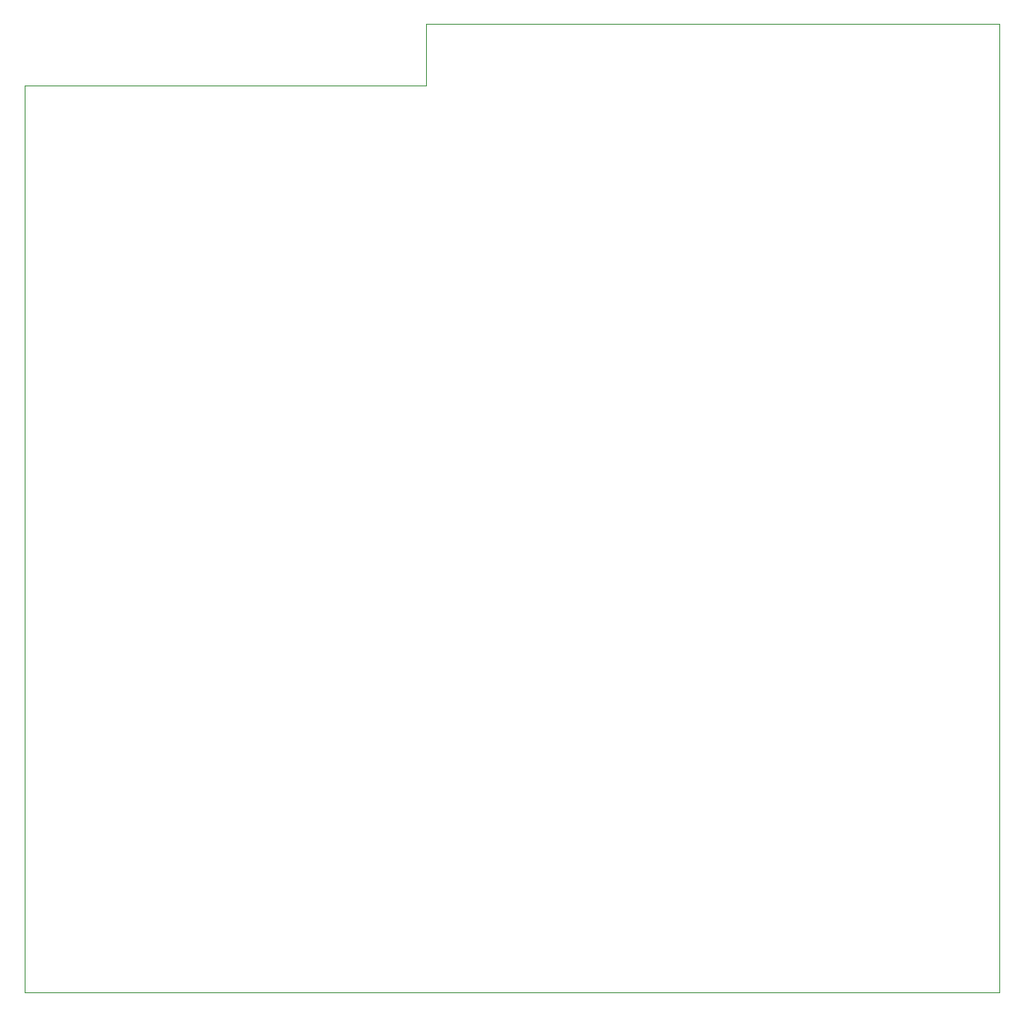
<source format=gbr>
G04 #@! TF.GenerationSoftware,KiCad,Pcbnew,5.1.7*
G04 #@! TF.CreationDate,2020-11-03T15:06:49+01:00*
G04 #@! TF.ProjectId,audioplayer,61756469-6f70-46c6-9179-65722e6b6963,rev?*
G04 #@! TF.SameCoordinates,Original*
G04 #@! TF.FileFunction,Profile,NP*
%FSLAX46Y46*%
G04 Gerber Fmt 4.6, Leading zero omitted, Abs format (unit mm)*
G04 Created by KiCad (PCBNEW 5.1.7) date 2020-11-03 15:06:49*
%MOMM*%
%LPD*%
G01*
G04 APERTURE LIST*
G04 #@! TA.AperFunction,Profile*
%ADD10C,0.100000*%
G04 #@! TD*
G04 APERTURE END LIST*
D10*
X156845000Y-121285000D02*
X56515000Y-121285000D01*
X156845000Y-121285000D02*
X156845000Y-21590000D01*
X56515000Y-27940000D02*
X56515000Y-121285000D01*
X97790000Y-21590000D02*
X156845000Y-21590000D01*
X97790000Y-27940000D02*
X97790000Y-21590000D01*
X56515000Y-27940000D02*
X97790000Y-27940000D01*
M02*

</source>
